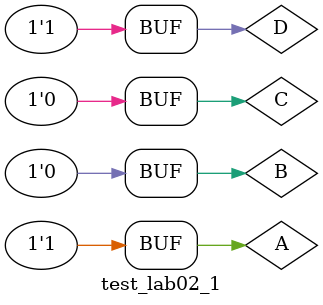
<source format=v>
`timescale 1ns / 1ps


module test_lab02_1();

wire W, X, Y, Z;
reg A, B, C, D;

lab02_1 U0(.a(A), .b(B), .c(C), .d(D), .w(W), .x(X), .y(Y), .z(Z));
initial
begin

A = 0;B = 0;C = 0;D = 0;
#10 A = 0;B = 0;C = 0;D = 1;
#10 A = 0;B = 0;C = 1;D = 0;
#10 A = 0;B = 0;C = 1;D = 1;
#10 A = 0;B = 1;C = 0;D = 0;
#10 A = 0;B = 1;C = 0;D = 1;
#10 A = 0;B = 1;C = 1;D = 0;
#10 A = 0;B = 1;C = 1;D = 1;
#10 A = 1;B = 0;C = 0;D = 0;
#10 A = 1;B = 0;C = 0;D = 1;
end

endmodule

</source>
